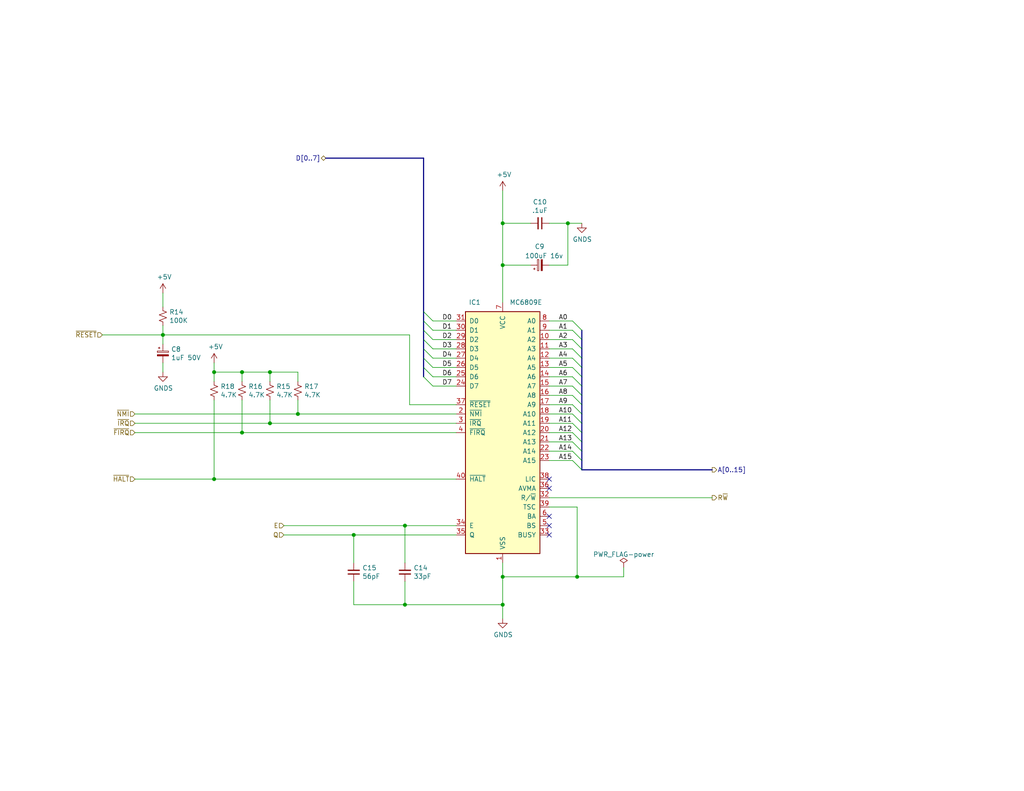
<source format=kicad_sch>
(kicad_sch (version 20211123) (generator eeschema)
  (paper "A")
  (title_block (title "TRS-80 Color Computer 2 (26-3134B & 26-3136B)") (date "2022-10-07") (rev "1.0.0") (company "Tandy Corporation") (comment 1 "Board # 20261058") (comment 3 "Reference board donated by MrDave3609") (comment 4 "Kicad schematic capture by Rocky Hill"))
  (lib_symbols
    (symbol "coco2-rescue:+5V-power" (power) (pin_names (offset 0))
      (property "Value" "+5V-power" (at 0 3.556 0))
      (symbol "+5V-power_0_1"
        (polyline (pts (xy -0.762 1.27) (xy 0 2.54)))
        (polyline (pts (xy 0 0) (xy 0 2.54)))
        (polyline (pts (xy 0 2.54) (xy 0.762 1.27)))
      )
      (symbol "+5V-power_1_1"
        (pin power_in line (at 0 0 90) (length 0) hide (name "+5V") (number "1"))
      )
    )
    (symbol "coco2-rescue:CP_Small-Device" (pin_numbers hide) (pin_names (offset 0.254) hide)
      (property "Reference" "C" (at 0.254 1.778 0))
      (property "Value" "CP_Small-Device" (at 0.254 -2.032 0))
      (symbol "CP_Small-Device_0_1"
        (rectangle (start -1.524 -0.3048) (end 1.524 -0.6858) (fill (type outline)))
        (rectangle (start -1.524 0.6858) (end 1.524 0.3048))
        (polyline (pts (xy -1.27 1.524) (xy -0.762 1.524)))
        (polyline (pts (xy -1.016 1.27) (xy -1.016 1.778)))
      )
      (symbol "CP_Small-Device_1_1"
        (pin passive line (at 0 2.54 270) (length 1.8542) (name "~") (number "1"))
        (pin passive line (at 0 -2.54 90) (length 1.8542) (name "~") (number "2"))
      )
    )
    (symbol "coco2-rescue:C_Small-Device" (pin_numbers hide) (pin_names (offset 0.254) hide)
      (property "Reference" "C" (at 0.254 1.778 0))
      (property "Value" "C_Small-Device" (at 0.254 -2.032 0))
      (symbol "C_Small-Device_0_1"
        (polyline (pts (xy -1.524 -0.508) (xy 1.524 -0.508)) (stroke (width 0.3302)))
        (polyline (pts (xy -1.524 0.508) (xy 1.524 0.508)) (stroke (width 0.3048)))
      )
      (symbol "C_Small-Device_1_1"
        (pin passive line (at 0 2.54 270) (length 2.032) (name "~") (number "1"))
        (pin passive line (at 0 -2.54 90) (length 2.032) (name "~") (number "2"))
      )
    )
    (symbol "coco2-rescue:GNDS-power" (power) (pin_names (offset 0))
      (property "Value" "GNDS-power" (at 0 -3.81 0))
      (symbol "GNDS-power_0_1"
        (polyline (pts (xy 0 0) (xy 0 -1.27) (xy 1.27 -1.27) (xy 0 -2.54) (xy -1.27 -1.27) (xy 0 -1.27)))
      )
      (symbol "GNDS-power_1_1"
        (pin power_in line (at 0 0 270) (length 0) hide (name "GNDS") (number "1"))
      )
    )
    (symbol "coco2-rescue:PWR_FLAG-power" (power) (pin_numbers hide) (pin_names (offset 0) hide)
      (property "Value" "PWR_FLAG-power" (at 0 3.81 0))
      (symbol "PWR_FLAG-power_0_0"
        (pin power_out line (at 0 0 90) (length 0) (name "pwr") (number "1"))
      )
      (symbol "PWR_FLAG-power_0_1"
        (polyline (pts (xy 0 0) (xy 0 1.27) (xy -1.016 1.905) (xy 0 2.54) (xy 1.016 1.905) (xy 0 1.27)))
      )
    )
    (symbol "coco2-rescue:R_Small_US-Device" (pin_numbers hide) (pin_names (offset 0.254) hide)
      (property "Reference" "R" (at 0.762 0.508 0))
      (property "Value" "R_Small_US-Device" (at 0.762 -1.016 0))
      (symbol "R_Small_US-Device_1_1"
        (polyline (pts (xy 0 0) (xy 1.016 -0.381) (xy 0 -0.762) (xy -1.016 -1.143) (xy 0 -1.524)))
        (polyline (pts (xy 0 1.524) (xy 1.016 1.143) (xy 0 0.762) (xy -1.016 0.381) (xy 0 0)))
        (pin passive line (at 0 2.54 270) (length 1.016) (name "~") (number "1"))
        (pin passive line (at 0 -2.54 90) (length 1.016) (name "~") (number "2"))
      )
    )
    (symbol "coco2:MC6809E-CPU_NXP_6800" (pin_names (offset 1.016))
      (property "Reference" "U" (at -7.62 34.544 0))
      (property "Value" "MC6809E-CPU_NXP_6800" (at 10.16 34.544 0))
      (symbol "MC6809E-CPU_NXP_6800_0_1"
        (rectangle (start -10.16 -33.02) (end 10.16 33.02) (stroke (width 0.254)) (fill (type background)))
      )
      (symbol "MC6809E-CPU_NXP_6800_1_1"
        (pin power_in line (at 0 -35.56 90) (length 2.54) (name "VSS") (number "1"))
        (pin output line (at 12.7 25.4 180) (length 2.54) (name "A2") (number "10"))
        (pin output line (at 12.7 22.86 180) (length 2.54) (name "A3") (number "11"))
        (pin output line (at 12.7 20.32 180) (length 2.54) (name "A4") (number "12"))
        (pin output line (at 12.7 17.78 180) (length 2.54) (name "A5") (number "13"))
        (pin output line (at 12.7 15.24 180) (length 2.54) (name "A6") (number "14"))
        (pin output line (at 12.7 12.7 180) (length 2.54) (name "A7") (number "15"))
        (pin output line (at 12.7 10.16 180) (length 2.54) (name "A8") (number "16"))
        (pin output line (at 12.7 7.62 180) (length 2.54) (name "A9") (number "17"))
        (pin output line (at 12.7 5.08 180) (length 2.54) (name "A10") (number "18"))
        (pin output line (at 12.7 2.54 180) (length 2.54) (name "A11") (number "19"))
        (pin input line (at -12.7 5.08 0) (length 2.54) (name "~{NMI}") (number "2"))
        (pin output line (at 12.7 0 180) (length 2.54) (name "A12") (number "20"))
        (pin output line (at 12.7 -2.54 180) (length 2.54) (name "A13") (number "21"))
        (pin output line (at 12.7 -5.08 180) (length 2.54) (name "A14") (number "22"))
        (pin output line (at 12.7 -7.62 180) (length 2.54) (name "A15") (number "23"))
        (pin bidirectional line (at -12.7 12.7 0) (length 2.54) (name "D7") (number "24"))
        (pin bidirectional line (at -12.7 15.24 0) (length 2.54) (name "D6") (number "25"))
        (pin bidirectional line (at -12.7 17.78 0) (length 2.54) (name "D5") (number "26"))
        (pin bidirectional line (at -12.7 20.32 0) (length 2.54) (name "D4") (number "27"))
        (pin bidirectional line (at -12.7 22.86 0) (length 2.54) (name "D3") (number "28"))
        (pin bidirectional line (at -12.7 25.4 0) (length 2.54) (name "D2") (number "29"))
        (pin input line (at -12.7 2.54 0) (length 2.54) (name "~{IRQ}") (number "3"))
        (pin bidirectional line (at -12.7 27.94 0) (length 2.54) (name "D1") (number "30"))
        (pin bidirectional line (at -12.7 30.48 0) (length 2.54) (name "D0") (number "31"))
        (pin output line (at 12.7 -17.78 180) (length 2.54) (name "R/~{W}") (number "32"))
        (pin output line (at 12.7 -27.94 180) (length 2.54) (name "BUSY") (number "33"))
        (pin input line (at -12.7 -25.4 0) (length 2.54) (name "E") (number "34"))
        (pin input line (at -12.7 -27.94 0) (length 2.54) (name "Q") (number "35"))
        (pin output line (at 12.7 -15.24 180) (length 2.54) (name "AVMA") (number "36"))
        (pin input line (at -12.7 7.62 0) (length 2.54) (name "~{RESET}") (number "37"))
        (pin input line (at 12.7 -12.7 180) (length 2.54) (name "LIC") (number "38"))
        (pin input line (at 12.7 -20.32 180) (length 2.54) (name "TSC") (number "39"))
        (pin input line (at -12.7 0 0) (length 2.54) (name "~{FIRQ}") (number "4"))
        (pin input line (at -12.7 -12.7 0) (length 2.54) (name "~{HALT}") (number "40"))
        (pin output line (at 12.7 -25.4 180) (length 2.54) (name "BS") (number "5"))
        (pin output line (at 12.7 -22.86 180) (length 2.54) (name "BA") (number "6"))
        (pin power_in line (at 0 35.56 270) (length 2.54) (name "VCC") (number "7"))
        (pin output line (at 12.7 30.48 180) (length 2.54) (name "A0") (number "8"))
        (pin output line (at 12.7 27.94 180) (length 2.54) (name "A1") (number "9"))
      )
    )
  )
  (junction (at 137.16 60.96))
  (junction (at 58.42 130.81))
  (junction (at 73.66 115.57))
  (junction (at 44.45 91.44))
  (junction (at 137.16 72.39))
  (junction (at 137.16 157.48))
  (junction (at 154.94 60.96))
  (junction (at 110.49 143.51))
  (junction (at 81.28 113.03))
  (junction (at 137.16 165.1))
  (junction (at 96.52 146.05))
  (junction (at 66.04 101.6))
  (junction (at 66.04 118.11))
  (junction (at 110.49 165.1))
  (junction (at 58.42 101.6))
  (junction (at 73.66 101.6))
  (junction (at 157.48 157.48))
  (no_connect (at 149.86 133.35))
  (no_connect (at 149.86 140.97))
  (no_connect (at 149.86 130.81))
  (no_connect (at 149.86 146.05))
  (no_connect (at 149.86 143.51))
  (bus_entry (at 118.11 97.79) (size -2.54 -2.54))
  (bus_entry (at 118.11 87.63) (size -2.54 -2.54))
  (bus_entry (at 156.21 100.33) (size 2.54 2.54))
  (bus_entry (at 156.21 90.17) (size 2.54 2.54))
  (bus_entry (at 156.21 123.19) (size 2.54 2.54))
  (bus_entry (at 156.21 113.03) (size 2.54 2.54))
  (bus_entry (at 156.21 105.41) (size 2.54 2.54))
  (bus_entry (at 156.21 92.71) (size 2.54 2.54))
  (bus_entry (at 156.21 120.65) (size 2.54 2.54))
  (bus_entry (at 156.21 115.57) (size 2.54 2.54))
  (bus_entry (at 156.21 95.25) (size 2.54 2.54))
  (bus_entry (at 156.21 107.95) (size 2.54 2.54))
  (bus_entry (at 118.11 100.33) (size -2.54 -2.54))
  (bus_entry (at 118.11 95.25) (size -2.54 -2.54))
  (bus_entry (at 156.21 110.49) (size 2.54 2.54))
  (bus_entry (at 156.21 102.87) (size 2.54 2.54))
  (bus_entry (at 118.11 102.87) (size -2.54 -2.54))
  (bus_entry (at 156.21 118.11) (size 2.54 2.54))
  (bus_entry (at 156.21 125.73) (size 2.54 2.54))
  (bus_entry (at 156.21 97.79) (size 2.54 2.54))
  (bus_entry (at 118.11 105.41) (size -2.54 -2.54))
  (bus_entry (at 118.11 90.17) (size -2.54 -2.54))
  (bus_entry (at 156.21 87.63) (size 2.54 2.54))
  (bus_entry (at 118.11 92.71) (size -2.54 -2.54))
  (bus (pts (xy 158.75 97.79) (xy 158.75 100.33)))
  (wire (pts (xy 137.16 72.39) (xy 137.16 82.55)))
  (wire (pts (xy 124.46 100.33) (xy 118.11 100.33)))
  (bus (pts (xy 158.75 90.17) (xy 158.75 92.71)))
  (bus (pts (xy 115.57 43.18) (xy 88.9 43.18)))
  (bus (pts (xy 158.75 105.41) (xy 158.75 107.95)))
  (wire (pts (xy 149.86 107.95) (xy 156.21 107.95)))
  (bus (pts (xy 158.75 110.49) (xy 158.75 113.03)))
  (wire (pts (xy 110.49 165.1) (xy 110.49 158.75)))
  (wire (pts (xy 137.16 165.1) (xy 137.16 168.91)))
  (wire (pts (xy 149.86 102.87) (xy 156.21 102.87)))
  (wire (pts (xy 149.86 138.43) (xy 157.48 138.43)))
  (wire (pts (xy 157.48 138.43) (xy 157.48 157.48)))
  (bus (pts (xy 158.75 113.03) (xy 158.75 115.57)))
  (wire (pts (xy 154.94 60.96) (xy 158.75 60.96)))
  (wire (pts (xy 149.86 113.03) (xy 156.21 113.03)))
  (wire (pts (xy 36.83 130.81) (xy 58.42 130.81)))
  (wire (pts (xy 110.49 143.51) (xy 124.46 143.51)))
  (wire (pts (xy 137.16 60.96) (xy 144.78 60.96)))
  (bus (pts (xy 158.75 102.87) (xy 158.75 105.41)))
  (wire (pts (xy 81.28 101.6) (xy 81.28 104.14)))
  (wire (pts (xy 44.45 91.44) (xy 44.45 93.98)))
  (wire (pts (xy 149.86 118.11) (xy 156.21 118.11)))
  (wire (pts (xy 149.86 135.89) (xy 194.31 135.89)))
  (wire (pts (xy 156.21 110.49) (xy 149.86 110.49)))
  (wire (pts (xy 137.16 153.67) (xy 137.16 157.48)))
  (wire (pts (xy 58.42 101.6) (xy 66.04 101.6)))
  (wire (pts (xy 149.86 92.71) (xy 156.21 92.71)))
  (bus (pts (xy 115.57 85.09) (xy 115.57 87.63)))
  (wire (pts (xy 58.42 99.06) (xy 58.42 101.6)))
  (wire (pts (xy 66.04 118.11) (xy 36.83 118.11)))
  (wire (pts (xy 124.46 110.49) (xy 111.76 110.49)))
  (wire (pts (xy 149.86 123.19) (xy 156.21 123.19)))
  (wire (pts (xy 96.52 165.1) (xy 110.49 165.1)))
  (wire (pts (xy 44.45 80.01) (xy 44.45 83.82)))
  (bus (pts (xy 158.75 128.27) (xy 194.31 128.27)))
  (wire (pts (xy 149.86 97.79) (xy 156.21 97.79)))
  (wire (pts (xy 73.66 115.57) (xy 73.66 109.22)))
  (wire (pts (xy 118.11 102.87) (xy 124.46 102.87)))
  (bus (pts (xy 158.75 118.11) (xy 158.75 120.65)))
  (wire (pts (xy 156.21 105.41) (xy 149.86 105.41)))
  (wire (pts (xy 124.46 130.81) (xy 58.42 130.81)))
  (wire (pts (xy 149.86 60.96) (xy 154.94 60.96)))
  (wire (pts (xy 44.45 99.06) (xy 44.45 101.6)))
  (wire (pts (xy 156.21 100.33) (xy 149.86 100.33)))
  (wire (pts (xy 170.18 157.48) (xy 157.48 157.48)))
  (wire (pts (xy 124.46 113.03) (xy 81.28 113.03)))
  (wire (pts (xy 96.52 158.75) (xy 96.52 165.1)))
  (wire (pts (xy 118.11 92.71) (xy 124.46 92.71)))
  (wire (pts (xy 118.11 87.63) (xy 124.46 87.63)))
  (wire (pts (xy 118.11 97.79) (xy 124.46 97.79)))
  (bus (pts (xy 115.57 95.25) (xy 115.57 97.79)))
  (wire (pts (xy 137.16 157.48) (xy 137.16 165.1)))
  (wire (pts (xy 44.45 88.9) (xy 44.45 91.44)))
  (wire (pts (xy 66.04 101.6) (xy 66.04 104.14)))
  (wire (pts (xy 66.04 118.11) (xy 66.04 109.22)))
  (wire (pts (xy 66.04 118.11) (xy 124.46 118.11)))
  (wire (pts (xy 66.04 101.6) (xy 73.66 101.6)))
  (wire (pts (xy 156.21 95.25) (xy 149.86 95.25)))
  (wire (pts (xy 170.18 154.94) (xy 170.18 157.48)))
  (bus (pts (xy 115.57 92.71) (xy 115.57 95.25)))
  (bus (pts (xy 158.75 92.71) (xy 158.75 95.25)))
  (bus (pts (xy 115.57 43.18) (xy 115.57 85.09)))
  (wire (pts (xy 73.66 101.6) (xy 81.28 101.6)))
  (wire (pts (xy 73.66 101.6) (xy 73.66 104.14)))
  (wire (pts (xy 110.49 153.67) (xy 110.49 143.51)))
  (wire (pts (xy 73.66 115.57) (xy 36.83 115.57)))
  (wire (pts (xy 81.28 113.03) (xy 81.28 109.22)))
  (wire (pts (xy 124.46 105.41) (xy 118.11 105.41)))
  (bus (pts (xy 158.75 95.25) (xy 158.75 97.79)))
  (wire (pts (xy 156.21 125.73) (xy 149.86 125.73)))
  (bus (pts (xy 158.75 125.73) (xy 158.75 128.27)))
  (wire (pts (xy 157.48 157.48) (xy 137.16 157.48)))
  (wire (pts (xy 111.76 110.49) (xy 111.76 91.44)))
  (bus (pts (xy 115.57 87.63) (xy 115.57 90.17)))
  (wire (pts (xy 137.16 60.96) (xy 137.16 72.39)))
  (bus (pts (xy 158.75 123.19) (xy 158.75 125.73)))
  (wire (pts (xy 154.94 72.39) (xy 149.86 72.39)))
  (bus (pts (xy 115.57 90.17) (xy 115.57 92.71)))
  (wire (pts (xy 96.52 146.05) (xy 124.46 146.05)))
  (wire (pts (xy 124.46 90.17) (xy 118.11 90.17)))
  (wire (pts (xy 144.78 72.39) (xy 137.16 72.39)))
  (wire (pts (xy 156.21 90.17) (xy 149.86 90.17)))
  (wire (pts (xy 77.47 143.51) (xy 110.49 143.51)))
  (wire (pts (xy 81.28 113.03) (xy 36.83 113.03)))
  (wire (pts (xy 124.46 115.57) (xy 73.66 115.57)))
  (wire (pts (xy 149.86 87.63) (xy 156.21 87.63)))
  (wire (pts (xy 156.21 115.57) (xy 149.86 115.57)))
  (bus (pts (xy 158.75 107.95) (xy 158.75 110.49)))
  (wire (pts (xy 77.47 146.05) (xy 96.52 146.05)))
  (wire (pts (xy 156.21 120.65) (xy 149.86 120.65)))
  (bus (pts (xy 115.57 100.33) (xy 115.57 102.87)))
  (wire (pts (xy 96.52 153.67) (xy 96.52 146.05)))
  (wire (pts (xy 44.45 91.44) (xy 27.94 91.44)))
  (bus (pts (xy 158.75 120.65) (xy 158.75 123.19)))
  (wire (pts (xy 111.76 91.44) (xy 44.45 91.44)))
  (bus (pts (xy 158.75 115.57) (xy 158.75 118.11)))
  (wire (pts (xy 58.42 101.6) (xy 58.42 104.14)))
  (wire (pts (xy 124.46 95.25) (xy 118.11 95.25)))
  (bus (pts (xy 115.57 97.79) (xy 115.57 100.33)))
  (wire (pts (xy 137.16 52.07) (xy 137.16 60.96)))
  (wire (pts (xy 110.49 165.1) (xy 137.16 165.1)))
  (wire (pts (xy 154.94 60.96) (xy 154.94 72.39)))
  (wire (pts (xy 58.42 130.81) (xy 58.42 109.22)))
  (bus (pts (xy 158.75 100.33) (xy 158.75 102.87)))
  (label "A9" (at 152.4 110.49 0))
  (label "A7" (at 152.4 105.41 0))
  (label "D2" (at 120.65 92.71 0))
  (label "A8" (at 152.4 107.95 0))
  (label "D3" (at 120.65 95.25 0))
  (label "D1" (at 120.65 90.17 0))
  (label "A13" (at 152.4 120.65 0))
  (label "A0" (at 152.4 87.63 0))
  (label "A11" (at 152.4 115.57 0))
  (label "A12" (at 152.4 118.11 0))
  (label "D5" (at 120.65 100.33 0))
  (label "A3" (at 152.4 95.25 0))
  (label "D6" (at 120.65 102.87 0))
  (label "D7" (at 120.65 105.41 0))
  (label "D4" (at 120.65 97.79 0))
  (label "A5" (at 152.4 100.33 0))
  (label "A10" (at 152.4 113.03 0))
  (label "A6" (at 152.4 102.87 0))
  (label "D0" (at 120.65 87.63 0))
  (label "A2" (at 152.4 92.71 0))
  (label "A15" (at 152.4 125.73 0))
  (label "A4" (at 152.4 97.79 0))
  (label "A14" (at 152.4 123.19 0))
  (label "A1" (at 152.4 90.17 0))
  (hierarchical_label "E" (shape input) (at 77.47 143.51 180))
  (hierarchical_label "~{NMI}" (shape input) (at 36.83 113.03 180))
  (hierarchical_label "D[0..7]" (shape bidirectional) (at 88.9 43.18 180))
  (hierarchical_label "~{FIRQ}" (shape input) (at 36.83 118.11 180))
  (hierarchical_label "Q" (shape input) (at 77.47 146.05 180))
  (hierarchical_label "A[0..15]" (shape output) (at 194.31 128.27 0))
  (hierarchical_label "~{HALT}" (shape input) (at 36.83 130.81 180))
  (hierarchical_label "~{RESET}" (shape input) (at 27.94 91.44 180))
  (hierarchical_label "~{IRQ}" (shape input) (at 36.83 115.57 180))
  (hierarchical_label "R~{W}" (shape output) (at 194.31 135.89 0))
  (symbol (lib_id "coco2:MC6809E-CPU_NXP_6800") (at 137.16 118.11 0) (unit 1)
    (property "Reference" "IC1" (at 129.54 82.55 0))
    (property "Value" "MC6809E" (at 143.51 82.55 0))
    (property "Footprint" "Package_DIP:DIP-40_W15.24mm_Socket" (effects hide))
    (property "Datasheet" "http://www.on-shore.com/wp-content/uploads/2015/09/ipg2.pdf" (effects hide))
    (property "Datasheet" "http://www.on-shore.com/wp-content/uploads/2015/09/ipg2.pdf" (effects hide))
    (property "Vendor" "digikey" (effects hide))
    (property "Vendor part#" "ED3048-5-ND" (effects hide))
    (property "Manufacturer part#" "ED40DT" (effects hide))
  )
  (symbol (lib_id "coco2-rescue:GNDS-power") (at 137.16 168.91 0) (unit 1)
    (property "Reference" "#PWR0999035" (effects hide))
    (property "Value" "GNDS" (at 137.287 173.3042 0))
  )
  (symbol (lib_id "coco2-rescue:+5V-power") (at 137.16 52.07 0) (unit 1)
    (property "Reference" "#PWR0999030" (effects hide))
    (property "Value" "+5V" (at 137.541 47.6758 0))
  )
  (symbol (lib_id "coco2-rescue:C_Small-Device") (at 147.32 60.96 270) (unit 1)
    (property "Reference" "C10" (at 147.32 55.1434 90))
    (property "Value" ".1uF" (at 147.32 57.4548 90))
    (property "Footprint" "Capacitor_THT:C_Disc_D4.7mm_W2.5mm_P5.00mm" (effects hide))
    (property "Datasheet" " https://search.murata.co.jp/Ceramy/image/img/A01X/G101/ENG/RDE_X7R_250V-1kV_E.pdf" (effects hide))
    (property "Vendor" "digikey" (effects hide))
    (property "Vendor part#" "490-8814-ND" (effects hide))
    (property "Manufacturer part#" "RDER71H104K0K1H03B" (effects hide))
  )
  (symbol (lib_id "coco2-rescue:GNDS-power") (at 158.75 60.96 0) (unit 1)
    (property "Reference" "#PWR0999031" (effects hide))
    (property "Value" "GNDS" (at 158.877 65.3542 0))
  )
  (symbol (lib_id "coco2-rescue:R_Small_US-Device") (at 81.28 106.68 0) (unit 1)
    (property "Reference" "R17" (at 83.0072 105.5116 0) (effects (justify left)))
    (property "Value" "4.7K" (at 83.0072 107.823 0) (effects (justify left)))
    (property "Footprint" "Resistor_THT:R_Axial_DIN0207_L6.3mm_D2.5mm_P10.16mm_Horizontal" (effects hide))
    (property "Datasheet" "https://www.seielect.com/catalog/sei-cf_cfm.pdf" (effects hide))
    (property "Vendor" "digikey" (effects hide))
    (property "Vendor part#" "CF14JT4K70CT-ND  " (effects hide))
    (property "Manufacturer part#" "Stackpole Electronics Inc" (effects hide))
  )
  (symbol (lib_id "coco2-rescue:R_Small_US-Device") (at 73.66 106.68 0) (unit 1)
    (property "Reference" "R15" (at 75.3872 105.5116 0) (effects (justify left)))
    (property "Value" "4.7K" (at 75.3872 107.823 0) (effects (justify left)))
    (property "Footprint" "Resistor_THT:R_Axial_DIN0207_L6.3mm_D2.5mm_P10.16mm_Horizontal" (effects hide))
    (property "Datasheet" "https://www.seielect.com/catalog/sei-cf_cfm.pdf" (effects hide))
    (property "Vendor" "digikey" (effects hide))
    (property "Vendor part#" "CF14JT4K70CT-ND  " (effects hide))
    (property "Manufacturer part#" "Stackpole Electronics Inc" (effects hide))
  )
  (symbol (lib_id "coco2-rescue:R_Small_US-Device") (at 66.04 106.68 0) (unit 1)
    (property "Reference" "R16" (at 67.7672 105.5116 0) (effects (justify left)))
    (property "Value" "4.7K" (at 67.7672 107.823 0) (effects (justify left)))
    (property "Footprint" "Resistor_THT:R_Axial_DIN0207_L6.3mm_D2.5mm_P10.16mm_Horizontal" (effects hide))
    (property "Datasheet" "https://www.seielect.com/catalog/sei-cf_cfm.pdf" (effects hide))
    (property "Vendor" "digikey" (effects hide))
    (property "Vendor part#" "CF14JT4K70CT-ND  " (effects hide))
    (property "Manufacturer part#" "Stackpole Electronics Inc" (effects hide))
  )
  (symbol (lib_id "coco2-rescue:R_Small_US-Device") (at 58.42 106.68 0) (unit 1)
    (property "Reference" "R18" (at 60.1472 105.5116 0) (effects (justify left)))
    (property "Value" "4.7K" (at 60.1472 107.823 0) (effects (justify left)))
    (property "Footprint" "Resistor_THT:R_Axial_DIN0207_L6.3mm_D2.5mm_P10.16mm_Horizontal" (effects hide))
    (property "Datasheet" "https://www.seielect.com/catalog/sei-cf_cfm.pdf" (effects hide))
    (property "Vendor" "digikey" (effects hide))
    (property "Vendor part#" "CF14JT4K70CT-ND  " (effects hide))
    (property "Manufacturer part#" "Stackpole Electronics Inc" (effects hide))
  )
  (symbol (lib_id "coco2-rescue:+5V-power") (at 58.42 99.06 0) (unit 1)
    (property "Reference" "#PWR0999033" (effects hide))
    (property "Value" "+5V" (at 58.801 94.6658 0))
  )
  (symbol (lib_id "coco2-rescue:C_Small-Device") (at 110.49 156.21 180) (unit 1)
    (property "Reference" "C14" (at 112.8268 155.0416 0) (effects (justify right)))
    (property "Value" "33pF" (at 112.8268 157.353 0) (effects (justify right)))
    (property "Footprint" "Capacitor_THT:C_Rect_L7.2mm_W3.0mm_P5.00mm_FKS2_FKP2_MKS2_MKP2" (effects hide))
    (property "Datasheet" "https://product.tdk.com/info/en/catalog/datasheets/leadmlcc_halogenfree_fa150_en.pdf?ref_disty=digikey" (effects hide))
    (property "Vendor" "digikey" (effects hide))
    (property "Vendor part#" "445-180775-1-ND" (effects hide))
    (property "Manufacturer part#" "FA28NP01H330JNU06" (effects hide))
  )
  (symbol (lib_id "coco2-rescue:C_Small-Device") (at 96.52 156.21 180) (unit 1)
    (property "Reference" "C15" (at 98.8568 155.0416 0) (effects (justify right)))
    (property "Value" "56pF" (at 98.8568 157.353 0) (effects (justify right)))
    (property "Footprint" "Capacitor_THT:C_Rect_L7.2mm_W2.5mm_P5.00mm_FKS2_FKP2_MKS2_MKP2" (effects hide))
    (property "Datasheet" "https://www.murata.com/~/media/webrenewal/support/library/catalog/products/capacitor/mlcc/c49e.ashx?la=en-us" (effects hide))
    (property "Vendor" "digikey" (effects hide))
    (property "Vendor part#" "490-9030-1-ND" (effects hide))
    (property "Manufacturer part#" "RDE5C1H560J0M1H03A" (effects hide))
  )
  (symbol (lib_id "coco2-rescue:GNDS-power") (at 44.45 101.6 0) (unit 1)
    (property "Reference" "#PWR0999034" (effects hide))
    (property "Value" "GNDS" (at 44.577 105.9942 0))
  )
  (symbol (lib_id "coco2-rescue:R_Small_US-Device") (at 44.45 86.36 0) (unit 1)
    (property "Reference" "R14" (at 46.1772 85.1916 0) (effects (justify left)))
    (property "Value" "100K" (at 46.1772 87.503 0) (effects (justify left)))
    (property "Footprint" "Resistor_THT:R_Axial_DIN0207_L6.3mm_D2.5mm_P10.16mm_Horizontal" (effects hide))
    (property "Datasheet" "https://www.seielect.com/catalog/sei-cf_cfm.pdf" (effects hide))
    (property "Vendor" "digikey" (effects hide))
    (property "Vendor part#" "CF14JT100KCT-ND" (effects hide))
    (property "Manufacturer part#" "CF14JT100K" (effects hide))
  )
  (symbol (lib_id "coco2-rescue:+5V-power") (at 44.45 80.01 0) (unit 1)
    (property "Reference" "#PWR0999032" (effects hide))
    (property "Value" "+5V" (at 44.831 75.6158 0))
  )
  (symbol (lib_id "coco2-rescue:CP_Small-Device") (at 44.45 96.52 0) (unit 1)
    (property "Reference" "C8" (at 46.6852 95.3516 0) (effects (justify left)))
    (property "Value" "1uF 50V" (at 46.6852 97.663 0) (effects (justify left)))
    (property "Footprint" "Capacitor_THT:CP_Radial_D5.0mm_P2.00mm" (effects hide))
    (property "Datasheet" "https://www.vishay.com/docs/42052/515d.pdf" (effects hide))
    (property "Vendor" "digikey" (effects hide))
    (property "Vendor part#" "718-2229-ND" (effects hide))
    (property "Manufacturer part#" "515D105M050JA6AE3" (effects hide))
  )
  (symbol (lib_id "coco2-rescue:CP_Small-Device") (at 147.32 72.39 90) (unit 1)
    (property "Reference" "C9" (at 148.59 67.31 90) (effects (justify left)))
    (property "Value" "100uF 16v" (at 153.67 69.85 90) (effects (justify left)))
    (property "Footprint" "Capacitor_THT:CP_Radial_D8.0mm_P5.00mm" (effects hide))
    (property "Datasheet" "https://media.digikey.com/pdf/Data%20Sheets/Panasonic%20Electronic%20Components/ECA-xxM%20Series,TypeA.pdf" (effects hide))
    (property "Vendor" "digikey" (effects hide))
    (property "Vendor part#" "P10369CT-ND" (effects hide))
    (property "Manufacturer part#" "ECA-1CM101B" (effects hide))
  )
  (symbol (lib_id "coco2-rescue:PWR_FLAG-power") (at 170.18 154.94 0) (unit 1)
    (property "Reference" "#FLG0102" (effects hide))
    (property "Value" "PWR_FLAG-power" (at 170.18 151.3642 0))
  )
)
</source>
